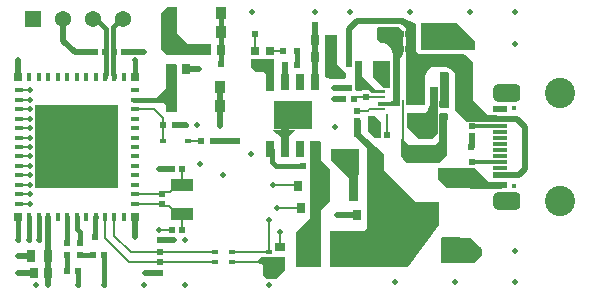
<source format=gtl>
G04*
G04 #@! TF.GenerationSoftware,Altium Limited,Altium Designer,23.0.1 (38)*
G04*
G04 Layer_Physical_Order=1*
G04 Layer_Color=255*
%FSLAX25Y25*%
%MOIN*%
G70*
G04*
G04 #@! TF.SameCoordinates,F61D067F-344E-4115-8181-82DC4058F137*
G04*
G04*
G04 #@! TF.FilePolarity,Positive*
G04*
G01*
G75*
%ADD14R,0.02953X0.03543*%
%ADD15R,0.01575X0.03150*%
%ADD16R,0.03150X0.01575*%
%ADD17R,0.05709X0.05709*%
%ADD18R,0.02756X0.02756*%
%ADD19R,0.02362X0.01968*%
%ADD20R,0.02362X0.00984*%
%ADD21R,0.01968X0.01181*%
%ADD22R,0.02953X0.03543*%
%ADD23R,0.02756X0.05315*%
%ADD24R,0.12992X0.09449*%
%ADD25R,0.02205X0.00984*%
%ADD26R,0.00984X0.02362*%
%ADD27R,0.01575X0.08268*%
%ADD28R,0.00984X0.06693*%
%ADD29R,0.04721X0.02362*%
%ADD30R,0.04921X0.02362*%
%ADD31R,0.04921X0.01181*%
%ADD32R,0.02165X0.02362*%
%ADD33R,0.03543X0.03937*%
%ADD34R,0.01860X0.02203*%
%ADD35R,0.02029X0.01860*%
%ADD36R,0.02203X0.01860*%
%ADD37R,0.01890X0.01575*%
%ADD38R,0.05339X0.04152*%
%ADD39R,0.02500X0.02410*%
%ADD40R,0.02410X0.02410*%
%ADD41R,0.01968X0.01575*%
%ADD42R,0.03543X0.02953*%
%ADD43R,0.02648X0.02624*%
%ADD44R,0.01968X0.02362*%
%ADD45R,0.02423X0.02254*%
%ADD46R,0.02517X0.02254*%
%ADD47R,0.10984X0.06000*%
%ADD48R,0.03000X0.03591*%
%ADD49R,0.03000X0.03591*%
%ADD50R,0.06378X0.08583*%
%ADD51R,0.01860X0.01843*%
%ADD52R,0.02323X0.01772*%
%ADD53R,0.01968X0.01968*%
%ADD54R,0.02254X0.02230*%
%ADD55R,0.07480X0.04331*%
%ADD56R,0.03000X0.03985*%
%ADD72C,0.01575*%
%ADD75R,0.06181X0.06181*%
%ADD76C,0.06181*%
%ADD79C,0.01575*%
%ADD80C,0.01500*%
%ADD81C,0.02000*%
%ADD82C,0.01900*%
%ADD83C,0.02400*%
%ADD84C,0.00571*%
%ADD85C,0.02362*%
%ADD86C,0.01181*%
%ADD87C,0.02756*%
G04:AMPARAMS|DCode=88|XSize=60mil|YSize=90mil|CornerRadius=15mil|HoleSize=0mil|Usage=FLASHONLY|Rotation=90.000|XOffset=0mil|YOffset=0mil|HoleType=Round|Shape=RoundedRectangle|*
%AMROUNDEDRECTD88*
21,1,0.06000,0.06000,0,0,90.0*
21,1,0.03000,0.09000,0,0,90.0*
1,1,0.03000,0.03000,0.01500*
1,1,0.03000,0.03000,-0.01500*
1,1,0.03000,-0.03000,-0.01500*
1,1,0.03000,-0.03000,0.01500*
%
%ADD88ROUNDEDRECTD88*%
%ADD89C,0.10098*%
%ADD90R,0.05394X0.05394*%
%ADD91C,0.05394*%
%ADD92C,0.02000*%
%ADD93C,0.02400*%
G36*
X176540Y85130D02*
Y82429D01*
X158430Y82479D01*
Y91160D01*
X170510D01*
X176540Y85130D01*
D02*
G37*
G36*
X77400Y87700D02*
X80900Y84200D01*
X88500D01*
Y80600D01*
X73900D01*
X71900Y82600D01*
Y94700D01*
X73790Y96800D01*
X77400D01*
Y87700D01*
D02*
G37*
G36*
X130600Y77500D02*
X133500Y74600D01*
Y72900D01*
X127200D01*
X126500Y73600D01*
Y87400D01*
X130600D01*
Y77500D01*
D02*
G37*
G36*
X148413Y78542D02*
Y69819D01*
X148417Y69815D01*
X148413Y69811D01*
X145981D01*
X142525Y73267D01*
Y78577D01*
X148413Y78542D01*
D02*
G37*
G36*
X109700Y68800D02*
X106900D01*
Y74200D01*
X106200Y74900D01*
X103400D01*
X101800Y76500D01*
Y79300D01*
X109700D01*
Y68800D01*
D02*
G37*
G36*
X138870Y73690D02*
X143590Y68970D01*
X146660D01*
Y67970D01*
X142310D01*
X141390Y68890D01*
X136670D01*
X136660Y68880D01*
Y78720D01*
X138870D01*
Y73690D01*
D02*
G37*
G36*
X151308Y90089D02*
X152748Y88649D01*
Y81002D01*
X151466Y79720D01*
Y66012D01*
X151439D01*
Y63784D01*
X144401Y63784D01*
X144376Y63785D01*
X144330Y63807D01*
X144296Y63844D01*
X144280Y63892D01*
X144281Y63917D01*
X144281Y63917D01*
Y64989D01*
Y64997D01*
X144287Y65011D01*
X144298Y65022D01*
X144312Y65028D01*
X144320Y65028D01*
X148348Y65028D01*
X148491Y65085D01*
X148752Y65247D01*
X148969Y65464D01*
X149130Y65725D01*
X149188Y65868D01*
X149188Y65868D01*
X149188Y80718D01*
X149169Y81105D01*
X149018Y81866D01*
X148721Y82581D01*
X148291Y83226D01*
X147743Y83774D01*
X147098Y84204D01*
X146382Y84501D01*
X145622Y84652D01*
X145235Y84671D01*
X145235Y84671D01*
X143897Y86009D01*
X143897Y89645D01*
X144404Y90152D01*
X151308D01*
Y90089D01*
D02*
G37*
G36*
X167585Y74837D02*
X167629Y74837D01*
X167712Y74811D01*
X167784Y74761D01*
X167837Y74692D01*
X167852Y74651D01*
X167852Y74651D01*
X167860Y74629D01*
X167872Y74585D01*
X167880Y74540D01*
X167884Y74494D01*
X167884Y74471D01*
X167884Y74471D01*
X167884Y63320D01*
X167884Y63263D01*
X167843Y63155D01*
X167766Y63068D01*
X167663Y63015D01*
X167606Y63008D01*
X167606Y63008D01*
X164974Y63008D01*
X164936Y63007D01*
X164864Y63035D01*
X164809Y63089D01*
X164779Y63160D01*
X164779Y63198D01*
Y63198D01*
Y74592D01*
Y74641D01*
X164816Y74731D01*
X164885Y74800D01*
X164975Y74837D01*
X165024D01*
X165024Y74837D01*
X167585Y74837D01*
D02*
G37*
G36*
X77300Y77300D02*
Y61600D01*
X73700D01*
Y63900D01*
X72600Y65000D01*
X70375D01*
X70500Y66500D01*
X73700Y69700D01*
Y77600D01*
X77000D01*
X77300Y77300D01*
D02*
G37*
G36*
X164100Y54302D02*
X162106Y52497D01*
X157899Y52497D01*
X153919Y56477D01*
X153919Y61171D01*
X160098D01*
X160098Y61171D01*
X160098Y61171D01*
X160098D01*
X160413Y61518D01*
X160933Y62297D01*
X161291Y63162D01*
X161474Y64080D01*
X161497Y64548D01*
X161497Y70031D01*
X164100D01*
Y54302D01*
D02*
G37*
G36*
X157045Y90963D02*
Y81889D01*
X158071Y80929D01*
X172124Y80929D01*
X172133Y80931D01*
X172622Y80927D01*
X173093Y80797D01*
X173515Y80551D01*
X173688Y80378D01*
X175891Y78175D01*
Y65972D01*
Y65972D01*
X175895Y65894D01*
X175925Y65743D01*
X175984Y65600D01*
X176070Y65471D01*
X176122Y65414D01*
X180747Y60789D01*
X180804Y60763D01*
X180918Y60719D01*
X181036Y60684D01*
X181157Y60657D01*
X181217Y60647D01*
X183987Y60647D01*
X183987Y58456D01*
X173818D01*
X169956Y62318D01*
X169956Y74075D01*
X169956Y74075D01*
X169808Y74414D01*
X169430Y75049D01*
X168952Y75613D01*
X168387Y76090D01*
X167751Y76467D01*
X167061Y76733D01*
X166850Y76776D01*
X163164D01*
X163164Y76776D01*
X162862Y76730D01*
X162276Y76564D01*
X161726Y76301D01*
X161229Y75948D01*
X160798Y75517D01*
X160445Y75020D01*
X160182Y74470D01*
X160015Y73884D01*
X159970Y73582D01*
Y63939D01*
X153498D01*
X153465Y63972D01*
Y90963D01*
X152740Y92940D01*
X157045Y90963D01*
D02*
G37*
G36*
X114400Y53200D02*
X111900D01*
X109304Y55296D01*
Y55800D01*
X117000D01*
X114400Y53200D01*
D02*
G37*
G36*
X145320Y58350D02*
Y52960D01*
X143310D01*
X140810Y55460D01*
Y60300D01*
X140880Y60370D01*
X143290Y60380D01*
X145320Y58350D01*
D02*
G37*
G36*
X167340Y47350D02*
X164570Y44580D01*
X153620D01*
X151930Y46980D01*
Y52850D01*
X152883Y51986D01*
X154446Y50696D01*
X163526D01*
X164740Y51910D01*
Y61020D01*
X164920Y61200D01*
X167340D01*
Y47350D01*
D02*
G37*
G36*
X182000Y37605D02*
Y36300D01*
X167300D01*
X164300Y39300D01*
Y43100D01*
X176505D01*
X182000Y37605D01*
D02*
G37*
G36*
X57600Y36300D02*
X30000D01*
Y64100D01*
X57600D01*
Y36300D01*
D02*
G37*
G36*
X137700Y32100D02*
X134600D01*
Y39600D01*
X128500Y45700D01*
Y49400D01*
X137800D01*
X137700Y32100D01*
D02*
G37*
G36*
X178960Y16050D02*
Y13930D01*
X176260Y11230D01*
X165320D01*
Y19760D01*
X175250D01*
X178960Y16050D01*
D02*
G37*
G36*
X143430Y49970D02*
X146166Y47620D01*
X146166Y42334D01*
X157000Y31500D01*
X164600Y31500D01*
Y23900D01*
X154175Y10000D01*
X128200D01*
Y22000D01*
X139500D01*
X140500Y23000D01*
Y52900D01*
X143430Y49970D01*
D02*
G37*
G36*
X125200Y51563D02*
X125200Y45800D01*
X128300Y42300D01*
Y31500D01*
X125200Y29000D01*
X125200Y10000D01*
X117000D01*
X117000Y21438D01*
X121722Y26160D01*
Y52113D01*
X124650D01*
X125200Y51563D01*
D02*
G37*
G36*
X113290Y8890D02*
X110340Y5940D01*
X107130D01*
X107110Y5920D01*
X105840Y7190D01*
Y10638D01*
X104127Y11290D01*
Y12237D01*
X105140Y13250D01*
X113290D01*
Y8890D01*
D02*
G37*
D14*
X29618Y8100D02*
D03*
X34343D02*
D03*
X87046Y82401D02*
D03*
X91771D02*
D03*
X141986Y27300D02*
D03*
X137261D02*
D03*
X80253Y75899D02*
D03*
X75529D02*
D03*
X123300Y79900D02*
D03*
X128024D02*
D03*
X123300Y29500D02*
D03*
X118576D02*
D03*
D15*
X59550Y26772D02*
D03*
X28054D02*
D03*
X31203D02*
D03*
X34353D02*
D03*
X37502D02*
D03*
X40652D02*
D03*
X43802D02*
D03*
X46951D02*
D03*
X50101D02*
D03*
X53250D02*
D03*
X56400D02*
D03*
X59550Y73228D02*
D03*
X56400D02*
D03*
X53250D02*
D03*
X50101D02*
D03*
X46951D02*
D03*
X43802D02*
D03*
X40652D02*
D03*
X37502D02*
D03*
X34353D02*
D03*
X31203D02*
D03*
X28054D02*
D03*
D16*
X63093Y31102D02*
D03*
Y34252D02*
D03*
Y37402D02*
D03*
Y40551D02*
D03*
Y43701D02*
D03*
Y46850D02*
D03*
Y50000D02*
D03*
Y53150D02*
D03*
Y56299D02*
D03*
Y59449D02*
D03*
Y62598D02*
D03*
Y65748D02*
D03*
Y68898D02*
D03*
X24510D02*
D03*
Y65748D02*
D03*
Y62598D02*
D03*
Y59449D02*
D03*
Y56299D02*
D03*
Y53150D02*
D03*
Y50000D02*
D03*
Y46850D02*
D03*
Y43701D02*
D03*
Y40551D02*
D03*
Y37402D02*
D03*
Y34252D02*
D03*
Y31102D02*
D03*
D17*
X43802Y50000D02*
D03*
Y42224D02*
D03*
X51577D02*
D03*
Y50000D02*
D03*
Y57776D02*
D03*
X43802D02*
D03*
X36026D02*
D03*
Y50000D02*
D03*
Y42224D02*
D03*
D18*
X24313Y73425D02*
D03*
X63290D02*
D03*
Y26575D02*
D03*
X24313D02*
D03*
D19*
X40652Y17968D02*
D03*
Y14031D02*
D03*
X71700Y11776D02*
D03*
Y7839D02*
D03*
Y14925D02*
D03*
Y18862D02*
D03*
X44791Y17937D02*
D03*
Y14000D02*
D03*
D20*
X145463Y62559D02*
D03*
Y64528D02*
D03*
Y66496D02*
D03*
Y68465D02*
D03*
D21*
X90044Y14925D02*
D03*
Y11776D02*
D03*
X95556D02*
D03*
Y14925D02*
D03*
D22*
X123300Y85500D02*
D03*
X129131D02*
D03*
X123300Y37100D02*
D03*
X117469D02*
D03*
D23*
X123300Y71524D02*
D03*
X118300D02*
D03*
X113300D02*
D03*
X108300D02*
D03*
Y49476D02*
D03*
X113300D02*
D03*
X118300D02*
D03*
X123300D02*
D03*
D24*
X115800Y60500D02*
D03*
D25*
X156565Y68465D02*
D03*
Y66496D02*
D03*
Y64528D02*
D03*
D26*
X147313Y71024D02*
D03*
X154400Y60000D02*
D03*
X147313D02*
D03*
D27*
X150148Y68071D02*
D03*
X154715D02*
D03*
D28*
X152431Y62165D02*
D03*
D29*
X185031Y37402D02*
D03*
D30*
Y40551D02*
D03*
Y59449D02*
D03*
Y62598D02*
D03*
D31*
Y45079D02*
D03*
Y49016D02*
D03*
Y50984D02*
D03*
Y54921D02*
D03*
Y56890D02*
D03*
Y52953D02*
D03*
Y47047D02*
D03*
Y43110D02*
D03*
D32*
X59746Y81600D02*
D03*
X56400D02*
D03*
X49884D02*
D03*
X53230D02*
D03*
D33*
X91771Y88451D02*
D03*
X75629D02*
D03*
X91771Y94750D02*
D03*
X75629D02*
D03*
X91671Y63550D02*
D03*
X75529D02*
D03*
X91671Y69849D02*
D03*
X75529D02*
D03*
D34*
X137400Y58703D02*
D03*
Y62059D02*
D03*
D35*
X144333Y53900D02*
D03*
X147313D02*
D03*
D36*
X134422Y77800D02*
D03*
X137778D02*
D03*
Y69800D02*
D03*
X134422D02*
D03*
X150276Y77600D02*
D03*
X147313D02*
D03*
D37*
X132581Y73800D02*
D03*
X137778D02*
D03*
D38*
X168500Y84557D02*
D03*
Y78843D02*
D03*
X161100Y84557D02*
D03*
Y78843D02*
D03*
D39*
X151443Y82600D02*
D03*
X154715D02*
D03*
X151443Y87500D02*
D03*
X154715D02*
D03*
X162842Y60000D02*
D03*
X166114D02*
D03*
D40*
X75728Y22221D02*
D03*
X79000D02*
D03*
Y42621D02*
D03*
X75728D02*
D03*
D41*
X107876Y11776D02*
D03*
Y14925D02*
D03*
D42*
X111525Y11776D02*
D03*
Y16500D02*
D03*
D43*
X108300Y77920D02*
D03*
Y81880D02*
D03*
X103100D02*
D03*
Y77920D02*
D03*
D44*
X113300Y77400D02*
D03*
X117237D02*
D03*
X119363Y43600D02*
D03*
X123300D02*
D03*
X132431Y65900D02*
D03*
X136369D02*
D03*
X85334Y52000D02*
D03*
X89271D02*
D03*
X72649Y57400D02*
D03*
X76586D02*
D03*
D45*
X166087Y68900D02*
D03*
X162713D02*
D03*
D46*
X166040Y64300D02*
D03*
X162760D02*
D03*
D47*
X159100Y28451D02*
D03*
Y47549D02*
D03*
D48*
X141986Y34000D02*
D03*
X136155D02*
D03*
D49*
X141986Y41400D02*
D03*
X136261D02*
D03*
X141986Y47600D02*
D03*
X136261D02*
D03*
D50*
X151893Y15500D02*
D03*
X168507D02*
D03*
D51*
X175500Y53723D02*
D03*
Y56890D02*
D03*
Y41912D02*
D03*
Y45079D02*
D03*
D52*
X80956Y52000D02*
D03*
X72649D02*
D03*
D53*
X44195Y8700D02*
D03*
X40652D02*
D03*
X49260Y13991D02*
D03*
X52803D02*
D03*
D54*
X72200Y30838D02*
D03*
Y34405D02*
D03*
D55*
X79000Y27500D02*
D03*
Y37343D02*
D03*
D56*
X28512Y13700D02*
D03*
X34343D02*
D03*
D72*
X189500Y37008D02*
D03*
Y62992D02*
D03*
D75*
X121300Y13392D02*
D03*
D76*
X131300D02*
D03*
D79*
X117200Y81600D02*
X117237Y81563D01*
Y77400D02*
Y81563D01*
X44195Y4100D02*
Y8700D01*
X40652D02*
Y14031D01*
Y17968D02*
Y26772D01*
X52803Y4100D02*
Y13991D01*
X44342Y4157D02*
X44400Y4100D01*
X44791Y14000D02*
X44796Y13996D01*
X49255D01*
X49260Y13991D01*
X128024Y73862D02*
Y79900D01*
Y80195D02*
X129131Y81302D01*
X128024Y79900D02*
Y80195D01*
X151400Y80800D02*
Y82557D01*
X150590Y79990D02*
X151400Y80800D01*
X117200Y81600D02*
Y82000D01*
X128100Y73800D02*
X132581D01*
X145800Y87500D02*
X151443D01*
X150590Y77743D02*
Y79990D01*
X150276Y77600D02*
X150447D01*
X150590Y77743D01*
X150212Y68135D02*
Y77536D01*
X43791Y22703D02*
X44791Y21703D01*
X43791Y22703D02*
Y26772D01*
X44791Y17937D02*
Y21703D01*
D80*
X58483Y92500D02*
X59400D01*
X56065Y90082D02*
X58483Y92500D01*
X56067Y81933D02*
Y82696D01*
X56065Y82699D02*
Y90082D01*
Y82699D02*
X56067Y82696D01*
Y81933D02*
X56400Y81600D01*
X53565Y82699D02*
Y89335D01*
X53563Y82696D02*
X53565Y82699D01*
X53563Y81933D02*
Y82696D01*
X50400Y92500D02*
X53565Y89335D01*
X53230Y81600D02*
X53563Y81933D01*
X49400Y92500D02*
X50400D01*
X56065Y78669D02*
Y80501D01*
X56075Y74341D02*
Y78659D01*
Y74341D02*
X56400Y74016D01*
X53565Y77634D02*
Y80501D01*
Y77634D02*
X53575Y77623D01*
X53563Y80503D02*
X53565Y80501D01*
X53563Y80503D02*
Y81267D01*
X53250Y74016D02*
X53575Y74341D01*
X56067Y81267D02*
X56400Y81600D01*
X53575Y74341D02*
Y77623D01*
X56065Y80501D02*
X56067Y80503D01*
X53230Y81600D02*
X53563Y81267D01*
X53250Y73228D02*
Y74016D01*
X56065Y78669D02*
X56075Y78659D01*
X56400Y73228D02*
Y74016D01*
X56067Y80503D02*
Y81267D01*
X63290Y73435D02*
Y78590D01*
X31196Y19000D02*
Y26768D01*
X50053Y20053D02*
Y26734D01*
X50091Y26772D01*
X50000Y20000D02*
X50053Y20053D01*
X91771Y82401D02*
Y88451D01*
Y78229D02*
X91800Y78200D01*
X91771Y88451D02*
Y94750D01*
Y78229D02*
Y82401D01*
X91800Y77600D02*
Y78200D01*
X75529Y65900D02*
Y69849D01*
X63083Y65748D02*
X75377D01*
X75529Y65900D01*
X80162Y57374D02*
X80189Y57347D01*
X147300Y72600D02*
Y77587D01*
X108928Y45072D02*
X110400Y43600D01*
X119363D01*
X108300Y49453D02*
X108928Y48825D01*
Y45072D02*
Y48825D01*
X123300Y29500D02*
Y37100D01*
X123300Y37100D01*
Y43600D01*
X123300Y43600D01*
X76586Y57400D02*
X76612Y57374D01*
X75529Y69849D02*
Y75899D01*
X108300Y71500D02*
Y77920D01*
Y71500D02*
X108300Y71500D01*
X108300Y77920D02*
X108300Y77920D01*
X28054Y18900D02*
Y26772D01*
X24300Y18900D02*
Y26572D01*
D81*
X59746Y81600D02*
X66100D01*
X43100D02*
X49884D01*
X39400Y85300D02*
X43100Y81600D01*
X129131Y81302D02*
Y85500D01*
X113300Y57976D02*
X115524Y60200D01*
X115800D01*
X113300Y71500D02*
Y77400D01*
X75500Y82401D02*
Y88322D01*
X75629Y88451D02*
Y94750D01*
X75500Y82401D02*
X87046D01*
X71339Y42661D02*
X75689D01*
X91671Y56971D02*
Y63550D01*
X130500Y27300D02*
X137261D01*
X141986Y47600D02*
Y50014D01*
Y41400D02*
Y47600D01*
X63279Y19900D02*
Y26575D01*
X141986Y27300D02*
Y33705D01*
X168500Y84557D02*
X168521Y84579D01*
X161100Y84557D02*
X168500D01*
X141986Y34000D02*
Y41400D01*
X136261D02*
Y47600D01*
X129600D02*
X136261D01*
X136208Y41347D02*
X136261Y41400D01*
X136208Y34053D02*
Y41347D01*
X175279Y84579D02*
X175300Y84600D01*
X168521Y84579D02*
X175279D01*
X129500Y65900D02*
X132431D01*
X129500Y69800D02*
X134422D01*
X175200Y37500D02*
X175249Y37451D01*
X184982D02*
X185031Y37402D01*
X166012Y41912D02*
X175500D01*
X175477Y49977D02*
Y53700D01*
X175400Y49900D02*
X175477Y49977D01*
Y53700D02*
X175500Y53723D01*
X136155Y34000D02*
X136208Y34053D01*
X91671Y63550D02*
Y69849D01*
X80254Y75900D02*
X84600D01*
X24400Y8000D02*
X29518D01*
X24340Y13700D02*
X28512D01*
X39400Y85300D02*
Y92500D01*
X24303Y73425D02*
Y78900D01*
D82*
X123300Y79900D02*
Y79900D01*
Y85500D01*
Y71524D02*
Y79900D01*
Y79900D01*
X121320Y13392D02*
Y18800D01*
X123300Y20780D01*
X34343Y13700D02*
Y26772D01*
Y8100D02*
Y13700D01*
X123300Y85500D02*
X123350Y85550D01*
Y90550D01*
X123400Y90600D01*
X174696Y64041D02*
Y73471D01*
X179288Y59449D02*
X185031D01*
X174696Y64041D02*
X179288Y59449D01*
X154479Y87736D02*
Y89949D01*
X154715Y82600D02*
Y87500D01*
X154479Y87736D02*
X154715Y87500D01*
X152352Y92076D02*
X154479Y89949D01*
X137276Y92076D02*
X152352D01*
X134422Y89222D02*
X137276Y92076D01*
X154715Y68071D02*
Y82600D01*
X168500Y78843D02*
X169626Y77716D01*
X170450D02*
X174696Y73471D01*
X161100Y78843D02*
X168500D01*
X169626Y77716D02*
X170450D01*
X76612Y57374D02*
X80162D01*
X89271Y51984D02*
Y52000D01*
X89305Y51950D02*
X97250D01*
X89271Y51984D02*
X89305Y51950D01*
X97250D02*
X97300Y51900D01*
X123300Y20780D02*
Y29500D01*
X159100Y47549D02*
X161150Y49599D01*
X163899D01*
X166114Y51814D01*
Y60000D01*
X166087Y72930D02*
X166164Y73007D01*
X166087Y68900D02*
Y72930D01*
X134422Y77800D02*
Y89222D01*
X155015Y80585D02*
Y82345D01*
Y80585D02*
X156900Y78700D01*
X154715Y82600D02*
X154760D01*
X155015Y82345D01*
X156900Y78700D02*
X160957D01*
X161100Y78843D01*
X193200Y42600D02*
Y56800D01*
X185031Y59449D02*
X190551D01*
X193200Y56800D01*
X191151Y40551D02*
X193200Y42600D01*
X185031Y40551D02*
X191151D01*
X166064Y64324D02*
Y68876D01*
X166040Y64300D02*
X166064Y64324D01*
Y68876D02*
X166087Y68900D01*
X162801Y60041D02*
Y64259D01*
X162760Y64300D02*
X162801Y64259D01*
X162736Y64324D02*
X162760Y64300D01*
X162713Y68900D02*
X162736Y68876D01*
Y64324D02*
Y68876D01*
X123300Y43600D02*
Y49453D01*
X34343Y4143D02*
Y8100D01*
X66500Y7839D02*
X71700D01*
Y18862D02*
X76200D01*
D83*
X134420Y16600D02*
X151893D01*
X131256Y13436D02*
X134420Y16600D01*
X151893D02*
Y25136D01*
Y15500D02*
Y16600D01*
X137400Y54300D02*
X141686Y50014D01*
X137400Y54300D02*
Y58703D01*
X146386Y29600D02*
X156357D01*
X156408Y29651D01*
X158900D01*
X142581Y33404D02*
X146386Y29600D01*
X151893Y25136D02*
X156357Y29600D01*
X168507Y15500D02*
X177700D01*
X141986Y33705D02*
X142286Y33404D01*
X141986Y33705D02*
Y34000D01*
X142286Y33404D02*
X142581D01*
D84*
X61124Y11776D02*
X71700D01*
X53240Y19660D02*
X61124Y11776D01*
X53240Y19660D02*
Y26772D01*
X61875Y14925D02*
X71700D01*
X56390Y20410D02*
X61875Y14925D01*
X56390Y20410D02*
Y26772D01*
X71700Y11776D02*
X90044D01*
X71700Y14925D02*
X90044D01*
X63290Y78590D02*
X63300Y78600D01*
X151443Y82600D02*
Y87500D01*
X107876Y14925D02*
Y25676D01*
X24500Y62600D02*
X28200D01*
X24351Y65651D02*
X24500D01*
X31500Y57676D02*
X36116D01*
X31500Y49900D02*
X36233D01*
X35916Y42124D02*
X36233D01*
X36116Y57676D02*
X39791Y54000D01*
X36016Y57776D02*
X36116Y57676D01*
X36233D01*
X34343Y40551D02*
X35916Y42124D01*
X31500D02*
X35916D01*
X63083Y62598D02*
X69702D01*
X72649Y59651D01*
Y52000D02*
Y59651D01*
X24500Y65748D02*
X28200D01*
X24500Y68898D02*
X28200D01*
X24551Y50000D02*
X28200D01*
X24551Y46850D02*
X28200D01*
X24500Y59449D02*
X28200D01*
X24500Y56299D02*
X28200D01*
X24500Y53150D02*
X28200D01*
X24602Y37402D02*
X28200D01*
X24552Y34252D02*
X28200D01*
X24500Y43701D02*
X28200D01*
X24551Y40551D02*
X28200D01*
X24500Y31102D02*
X28200D01*
X51567Y57776D02*
X56300D01*
X51567Y50000D02*
X56300D01*
X152431Y51726D02*
X156608Y47549D01*
X152431Y51726D02*
Y62165D01*
X156608Y47549D02*
X159100D01*
X161150Y49599D01*
X142998Y68472D02*
X145455D01*
X142870Y68600D02*
X142998Y68472D01*
X145455D02*
X145463Y68465D01*
X140200Y66496D02*
X145463D01*
X136853D02*
X140200D01*
X141630Y69800D02*
X142830Y68600D01*
X142870D01*
X137778Y69800D02*
X141630D01*
X103100Y81880D02*
Y87500D01*
X39800Y46100D02*
X39891D01*
X43791Y50000D01*
X40000Y53791D02*
X43791Y50000D01*
X40000Y53791D02*
Y54000D01*
X43791Y50000D02*
X47791Y54000D01*
X47900D01*
X43791Y50000D02*
X47691Y46100D01*
X47700D01*
Y46091D02*
Y46100D01*
Y46091D02*
X51567Y42224D01*
X47900Y54109D02*
X51567Y57776D01*
X47900Y54000D02*
Y54109D01*
X39791Y54000D02*
X40000D01*
X35916Y42124D02*
X39800Y46009D01*
Y46100D01*
X43791Y37470D02*
Y42224D01*
X51567D02*
X56300D01*
X43791Y57776D02*
Y62700D01*
X71300Y42700D02*
X71339Y42661D01*
X109100Y37200D02*
X117369D01*
X110600Y29500D02*
X118576D01*
X111378Y16353D02*
X111525Y16500D01*
X111500Y16525D02*
Y21700D01*
X80956Y52000D02*
X85334D01*
X162871Y57171D02*
Y59971D01*
X159800Y54100D02*
X162871Y57171D01*
X162842Y60000D02*
X162871Y59971D01*
X142000Y58100D02*
X144333Y55767D01*
X161150Y49599D02*
X163899D01*
X144333Y53900D02*
Y55767D01*
X136369Y66012D02*
X136853Y66496D01*
X136369Y65900D02*
Y66012D01*
X108320Y81900D02*
X112700D01*
X137778Y73800D02*
Y77800D01*
Y69800D02*
Y73800D01*
X147313Y53900D02*
Y60000D01*
X154400D02*
X162760D01*
X150148Y68071D02*
X150212Y68135D01*
Y77536D02*
X150276Y77600D01*
X150148Y64815D02*
Y68071D01*
X149861Y64528D02*
X150148Y64815D01*
X145463Y64528D02*
X149861D01*
X140859Y62059D02*
X141359Y62559D01*
X137400Y62059D02*
X140859D01*
X141359Y62559D02*
X145463D01*
X147306Y71031D02*
Y72594D01*
X147300Y72600D02*
X147306Y72594D01*
X103100Y77920D02*
X108300D01*
X107938Y8062D02*
Y11714D01*
Y8062D02*
X108000Y8000D01*
X107876Y11776D02*
X107938Y11714D01*
X95556Y11776D02*
X107876D01*
X111525D01*
X80253Y75899D02*
X80254Y75900D01*
X117369Y37200D02*
X117469Y37100D01*
X95556Y14925D02*
X107876D01*
X29518Y8000D02*
X29618Y8100D01*
X63279Y73425D02*
X63290Y73435D01*
X75689Y42661D02*
X75728Y42621D01*
X79000Y37343D02*
Y42621D01*
Y22221D02*
Y27500D01*
X72124Y34328D02*
X72795Y35000D01*
X75083D01*
X77425Y37343D01*
X72200Y30838D02*
X72815Y30223D01*
X74703D01*
X77425Y27500D01*
X79000D01*
X77425Y37343D02*
X79000D01*
X63083Y34252D02*
X63159Y34328D01*
X72124D01*
X63215Y30970D02*
X72068D01*
X63083Y31102D02*
X63215Y30970D01*
X72068D02*
X72200Y30838D01*
X71300Y22221D02*
X75728D01*
X31193Y26772D02*
X31196Y26768D01*
X28412Y13800D02*
X28512Y13700D01*
X111500Y16525D02*
X111525Y16500D01*
D85*
X175249Y37451D02*
X184982D01*
D86*
X175500Y45079D02*
X185031D01*
X175500Y56890D02*
X185031D01*
D87*
X113300Y49453D02*
Y57976D01*
D88*
X187295Y31850D02*
D03*
Y68150D02*
D03*
D89*
X205012Y31850D02*
D03*
Y68150D02*
D03*
D90*
X29400Y92500D02*
D03*
D91*
X39400D02*
D03*
X49400D02*
D03*
X59400D02*
D03*
D92*
X85000Y44200D02*
D03*
X101800Y47700D02*
D03*
X92700Y40600D02*
D03*
X102400Y95000D02*
D03*
X130000Y56800D02*
D03*
X150000Y5000D02*
D03*
X175000Y95000D02*
D03*
X190000D02*
D03*
Y84400D02*
D03*
X135000Y95000D02*
D03*
X190000Y5000D02*
D03*
X155000Y95000D02*
D03*
X190000Y15300D02*
D03*
X80000Y4000D02*
D03*
X170000Y5000D02*
D03*
X66100Y81600D02*
D03*
X52803Y4100D02*
D03*
X44195D02*
D03*
X80000Y18862D02*
D03*
X84000Y57347D02*
D03*
X123200Y95000D02*
D03*
X108000Y4000D02*
D03*
X66400D02*
D03*
X30400Y4100D02*
D03*
X31500Y42124D02*
D03*
Y49900D02*
D03*
Y57676D02*
D03*
X43791Y37470D02*
D03*
X28200Y34252D02*
D03*
Y37402D02*
D03*
X43791Y62700D02*
D03*
X56300Y42224D02*
D03*
Y50000D02*
D03*
Y57776D02*
D03*
X47700Y46100D02*
D03*
X47900Y54000D02*
D03*
X39800Y46100D02*
D03*
X40000Y54000D02*
D03*
X80189Y57347D02*
D03*
X71300Y42700D02*
D03*
X91671Y56900D02*
D03*
X84600Y75900D02*
D03*
X109100Y37200D02*
D03*
X110600Y29500D02*
D03*
X111500Y21700D02*
D03*
X130500Y27300D02*
D03*
X63279Y19900D02*
D03*
X128024Y73862D02*
D03*
X129500Y69800D02*
D03*
Y65900D02*
D03*
X129600Y47600D02*
D03*
X108000Y8000D02*
D03*
X115650Y63000D02*
D03*
Y58000D02*
D03*
X119800D02*
D03*
X111500D02*
D03*
Y63000D02*
D03*
X119800Y62900D02*
D03*
X107900Y25700D02*
D03*
X76200Y18862D02*
D03*
X66500Y7839D02*
D03*
X34343Y4100D02*
D03*
X24400Y8000D02*
D03*
X24340Y13700D02*
D03*
X63300Y79100D02*
D03*
X71300Y22221D02*
D03*
X28200Y53150D02*
D03*
Y46850D02*
D03*
Y31102D02*
D03*
X24303Y78900D02*
D03*
X28200Y68898D02*
D03*
Y65748D02*
D03*
Y62600D02*
D03*
Y59449D02*
D03*
Y56299D02*
D03*
Y50000D02*
D03*
Y43701D02*
D03*
Y40551D02*
D03*
X24300Y18900D02*
D03*
X28054D02*
D03*
X31200Y19000D02*
D03*
D93*
X175200Y37500D02*
D03*
X123400Y90600D02*
D03*
X50000Y20000D02*
D03*
X103100Y87500D02*
D03*
X91800Y77600D02*
D03*
X75500Y82401D02*
D03*
X97300Y51900D02*
D03*
X159800Y54100D02*
D03*
X142000Y58100D02*
D03*
X137400Y54300D02*
D03*
X140200Y66496D02*
D03*
X166164Y73007D02*
D03*
X177700Y15500D02*
D03*
X117200Y81900D02*
D03*
X145800Y87500D02*
D03*
X175300Y84600D02*
D03*
X166000Y41900D02*
D03*
X175400Y49900D02*
D03*
X112700Y81900D02*
D03*
M02*

</source>
